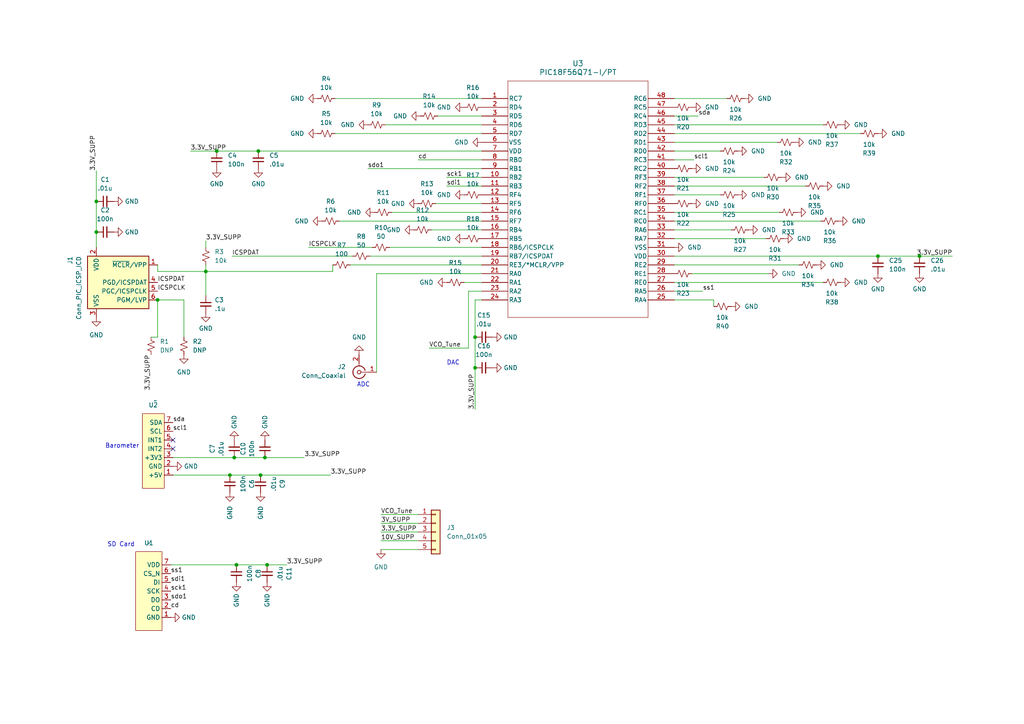
<source format=kicad_sch>
(kicad_sch (version 20230121) (generator eeschema)
  (paper "A4")
  (lib_symbols
    (symbol "Connector:Conn_Coaxial" (pin_names (offset 1.016) hide)
      (property "Reference" "J" (at 0.254 3.048 0))
      (property "Value" "Conn_Coaxial" (at 2.921 0 90))
      (symbol "Conn_Coaxial_0_1"
        (arc (start -1.778 -0.508) (mid 0.2311 -1.8066) (end 1.778 0) (stroke (width 0.254)))
        (polyline (pts (xy -2.54 0) (xy -0.508 0)))
        (polyline (pts (xy 0 -2.54) (xy 0 -1.778)))
        (circle (center 0 0) (radius 0.508) (stroke (width 0.2032)))
        (arc (start 1.778 0) (mid 0.2099 1.8101) (end -1.778 0.508) (stroke (width 0.254)))
      )
      (symbol "Conn_Coaxial_1_1"
        (pin passive line (at -5.08 0 0) (length 2.54) (name "In") (number "1"))
        (pin passive line (at 0 -5.08 90) (length 2.54) (name "Ext") (number "2"))
      )
    )
    (symbol "Connector:Conn_PIC_ICSP_ICD"
      (property "Reference" "J" (at 6.35 8.89 0))
      (property "Value" "Conn_PIC_ICSP_ICD" (at -8.89 -1.27 90))
      (symbol "Conn_PIC_ICSP_ICD_0_1"
        (rectangle (start -7.62 7.62) (end 10.16 -7.62) (stroke (width 0.254)) (fill (type background)))
      )
      (symbol "Conn_PIC_ICSP_ICD_1_1"
        (pin passive line (at 12.7 5.08 180) (length 2.54) (name "~{MCLR}/VPP") (number "1"))
        (pin passive line (at -5.08 10.16 270) (length 2.54) (name "VDD") (number "2"))
        (pin power_in line (at -5.08 -10.16 90) (length 2.54) (name "VSS") (number "3"))
        (pin bidirectional line (at 12.7 0 180) (length 2.54) (name "PGD/ICSPDAT") (number "4"))
        (pin output line (at 12.7 -2.54 180) (length 2.54) (name "PGC/ICSPCLK") (number "5"))
        (pin output line (at 12.7 -5.08 180) (length 2.54) (name "PGM/LVP") (number "6"))
      )
    )
    (symbol "Connector_Generic:Conn_01x05" (pin_names (offset 1.016) hide)
      (property "Reference" "J" (at 0 7.62 0))
      (property "Value" "Conn_01x05" (at 0 -7.62 0))
      (symbol "Conn_01x05_1_1"
        (rectangle (start -1.27 -4.953) (end 0 -5.207) (stroke (width 0.1524)))
        (rectangle (start -1.27 -2.413) (end 0 -2.667) (stroke (width 0.1524)))
        (rectangle (start -1.27 0.127) (end 0 -0.127) (stroke (width 0.1524)))
        (rectangle (start -1.27 2.667) (end 0 2.413) (stroke (width 0.1524)))
        (rectangle (start -1.27 5.207) (end 0 4.953) (stroke (width 0.1524)))
        (rectangle (start -1.27 6.35) (end 1.27 -6.35) (stroke (width 0.254)) (fill (type background)))
        (pin passive line (at -5.08 5.08 0) (length 3.81) (name "Pin_1") (number "1"))
        (pin passive line (at -5.08 2.54 0) (length 3.81) (name "Pin_2") (number "2"))
        (pin passive line (at -5.08 0 0) (length 3.81) (name "Pin_3") (number "3"))
        (pin passive line (at -5.08 -2.54 0) (length 3.81) (name "Pin_4") (number "4"))
        (pin passive line (at -5.08 -5.08 0) (length 3.81) (name "Pin_5") (number "5"))
      )
    )
    (symbol "Device:C_Small" (pin_numbers hide) (pin_names (offset 0.254) hide)
      (property "Reference" "C" (at 0.254 1.778 0))
      (property "Value" "C_Small" (at 0.254 -2.032 0))
      (symbol "C_Small_0_1"
        (polyline (pts (xy -1.524 -0.508) (xy 1.524 -0.508)) (stroke (width 0.3302)))
        (polyline (pts (xy -1.524 0.508) (xy 1.524 0.508)) (stroke (width 0.3048)))
      )
      (symbol "C_Small_1_1"
        (pin passive line (at 0 2.54 270) (length 2.032) (name "~") (number "1"))
        (pin passive line (at 0 -2.54 90) (length 2.032) (name "~") (number "2"))
      )
    )
    (symbol "Device:R_Small_US" (pin_numbers hide) (pin_names (offset 0.254) hide)
      (property "Reference" "R" (at 0.762 0.508 0))
      (property "Value" "R_Small_US" (at 0.762 -1.016 0))
      (symbol "R_Small_US_1_1"
        (polyline (pts (xy 0 0) (xy 1.016 -0.381) (xy 0 -0.762) (xy -1.016 -1.143) (xy 0 -1.524)))
        (polyline (pts (xy 0 1.524) (xy 1.016 1.143) (xy 0 0.762) (xy -1.016 0.381) (xy 0 0)))
        (pin passive line (at 0 2.54 270) (length 1.016) (name "~") (number "1"))
        (pin passive line (at 0 -2.54 90) (length 1.016) (name "~") (number "2"))
      )
    )
    (symbol "pic18f56q71:PIC18F56Q71-I_PT" (pin_names (offset 0.254))
      (property "Reference" "U" (at 27.94 10.16 0))
      (property "Value" "PIC18F56Q71-I/PT" (at 27.94 7.62 0))
      (symbol "PIC18F56Q71-I_PT_0_1"
        (polyline (pts (xy 7.62 -63.5) (xy 48.26 -63.5)) (stroke (width 0.127)))
        (polyline (pts (xy 7.62 5.08) (xy 7.62 -63.5)) (stroke (width 0.127)))
        (polyline (pts (xy 48.26 -63.5) (xy 48.26 5.08)) (stroke (width 0.127)))
        (polyline (pts (xy 48.26 5.08) (xy 7.62 5.08)) (stroke (width 0.127)))
        (pin bidirectional line (at 0 0 0) (length 7.62) (name "RC7") (number "1"))
        (pin bidirectional line (at 0 -22.86 0) (length 7.62) (name "RB2") (number "10"))
        (pin bidirectional line (at 0 -25.4 0) (length 7.62) (name "RB3") (number "11"))
        (pin bidirectional line (at 0 -27.94 0) (length 7.62) (name "RF4") (number "12"))
        (pin bidirectional line (at 0 -30.48 0) (length 7.62) (name "RF5") (number "13"))
        (pin bidirectional line (at 0 -33.02 0) (length 7.62) (name "RF6") (number "14"))
        (pin bidirectional line (at 0 -35.56 0) (length 7.62) (name "RF7") (number "15"))
        (pin bidirectional line (at 0 -38.1 0) (length 7.62) (name "RB4") (number "16"))
        (pin bidirectional line (at 0 -40.64 0) (length 7.62) (name "RB5") (number "17"))
        (pin bidirectional line (at 0 -43.18 0) (length 7.62) (name "RB6/ICSPCLK") (number "18"))
        (pin bidirectional line (at 0 -45.72 0) (length 7.62) (name "RB7/ICSPDAT") (number "19"))
        (pin bidirectional line (at 0 -2.54 0) (length 7.62) (name "RD4") (number "2"))
        (pin bidirectional line (at 0 -48.26 0) (length 7.62) (name "RE3/*MCLR/VPP") (number "20"))
        (pin bidirectional line (at 0 -50.8 0) (length 7.62) (name "RA0") (number "21"))
        (pin bidirectional line (at 0 -53.34 0) (length 7.62) (name "RA1") (number "22"))
        (pin bidirectional line (at 0 -55.88 0) (length 7.62) (name "RA2") (number "23"))
        (pin bidirectional line (at 0 -58.42 0) (length 7.62) (name "RA3") (number "24"))
        (pin bidirectional line (at 55.88 -58.42 180) (length 7.62) (name "RA4") (number "25"))
        (pin bidirectional line (at 55.88 -55.88 180) (length 7.62) (name "RA5") (number "26"))
        (pin bidirectional line (at 55.88 -53.34 180) (length 7.62) (name "RE0") (number "27"))
        (pin bidirectional line (at 55.88 -50.8 180) (length 7.62) (name "RE1") (number "28"))
        (pin bidirectional line (at 55.88 -48.26 180) (length 7.62) (name "RE2") (number "29"))
        (pin bidirectional line (at 0 -5.08 0) (length 7.62) (name "RD5") (number "3"))
        (pin power_in line (at 55.88 -45.72 180) (length 7.62) (name "VDD") (number "30"))
        (pin power_out line (at 55.88 -43.18 180) (length 7.62) (name "VSS") (number "31"))
        (pin bidirectional line (at 55.88 -40.64 180) (length 7.62) (name "RA7") (number "32"))
        (pin bidirectional line (at 55.88 -38.1 180) (length 7.62) (name "RA6") (number "33"))
        (pin bidirectional line (at 55.88 -35.56 180) (length 7.62) (name "RC0") (number "34"))
        (pin bidirectional line (at 55.88 -33.02 180) (length 7.62) (name "RC1") (number "35"))
        (pin bidirectional line (at 55.88 -30.48 180) (length 7.62) (name "RF0") (number "36"))
        (pin bidirectional line (at 55.88 -27.94 180) (length 7.62) (name "RF1") (number "37"))
        (pin bidirectional line (at 55.88 -25.4 180) (length 7.62) (name "RF2") (number "38"))
        (pin bidirectional line (at 55.88 -22.86 180) (length 7.62) (name "RF3") (number "39"))
        (pin bidirectional line (at 0 -7.62 0) (length 7.62) (name "RD6") (number "4"))
        (pin bidirectional line (at 55.88 -20.32 180) (length 7.62) (name "RC2") (number "40"))
        (pin bidirectional line (at 55.88 -17.78 180) (length 7.62) (name "RC3") (number "41"))
        (pin bidirectional line (at 55.88 -15.24 180) (length 7.62) (name "RD0") (number "42"))
        (pin bidirectional line (at 55.88 -12.7 180) (length 7.62) (name "RD1") (number "43"))
        (pin bidirectional line (at 55.88 -10.16 180) (length 7.62) (name "RD2") (number "44"))
        (pin bidirectional line (at 55.88 -7.62 180) (length 7.62) (name "RD3") (number "45"))
        (pin bidirectional line (at 55.88 -5.08 180) (length 7.62) (name "RC4") (number "46"))
        (pin bidirectional line (at 55.88 -2.54 180) (length 7.62) (name "RC5") (number "47"))
        (pin bidirectional line (at 55.88 0 180) (length 7.62) (name "RC6") (number "48"))
        (pin bidirectional line (at 0 -10.16 0) (length 7.62) (name "RD7") (number "5"))
        (pin power_out line (at 0 -12.7 0) (length 7.62) (name "VSS") (number "6"))
        (pin power_in line (at 0 -15.24 0) (length 7.62) (name "VDD") (number "7"))
        (pin bidirectional line (at 0 -17.78 0) (length 7.62) (name "RB0") (number "8"))
        (pin bidirectional line (at 0 -20.32 0) (length 7.62) (name "RB1") (number "9"))
      )
    )
    (symbol "power:GND" (power) (pin_names (offset 0))
      (property "Value" "GND" (at 0 -3.81 0))
      (symbol "GND_0_1"
        (polyline (pts (xy 0 0) (xy 0 -1.27) (xy 1.27 -1.27) (xy 0 -2.54) (xy -1.27 -1.27) (xy 0 -1.27)))
      )
      (symbol "GND_1_1"
        (pin power_in line (at 0 0 270) (length 0) hide (name "GND") (number "1"))
      )
    )
    (symbol "shields:MPL3115A2"
      (property "Reference" "U" (at 0 0 0))
      (symbol "MPL3115A2_1_1"
        (rectangle (start -2.54 25.4) (end 3.81 3.81) (fill (type background)))
        (pin passive line (at -5.08 21.59 0) (length 2.54) (name "+5V") (number "1"))
        (pin passive line (at -5.08 19.05 0) (length 2.54) (name "GND") (number "2"))
        (pin passive line (at -5.08 16.51 0) (length 2.54) (name "+3V3") (number "3"))
        (pin passive line (at -5.08 13.97 0) (length 2.54) (name "INT2") (number "4"))
        (pin passive line (at -5.08 11.43 0) (length 2.54) (name "INT1") (number "5"))
        (pin passive line (at -5.08 8.89 0) (length 2.54) (name "SCL") (number "6"))
        (pin passive line (at -5.08 6.35 0) (length 2.54) (name "SDA") (number "7"))
      )
    )
    (symbol "shields:Shifting_microsd"
      (property "Reference" "U2" (at 0 0 0))
      (property "Value" "~" (at 0 0 0))
      (symbol "Shifting_microsd_1_1"
        (rectangle (start -3.81 25.4) (end 3.81 2.54) (fill (type background)))
        (pin passive line (at -6.35 21.59 0) (length 2.54) (name "GND") (number "1"))
        (pin passive line (at -6.35 19.05 0) (length 2.54) (name "CD") (number "2"))
        (pin passive line (at -6.35 16.51 0) (length 2.54) (name "DO") (number "3"))
        (pin passive line (at -6.35 13.97 0) (length 2.54) (name "SCK") (number "4"))
        (pin passive line (at -6.35 11.43 0) (length 2.54) (name "DI") (number "5"))
        (pin passive line (at -6.35 8.89 0) (length 2.54) (name "CS_N") (number "6"))
        (pin passive line (at -6.35 6.35 0) (length 2.54) (name "VDD") (number "7"))
      )
    )
  )
  (junction (at 45.72 86.995))
  (junction (at 68.58 163.83))
  (junction (at 62.865 43.815))
  (junction (at 137.795 97.79))
  (junction (at 77.47 163.83))
  (junction (at 27.94 67.31))
  (junction (at 75.565 137.795))
  (junction (at 67.945 132.715))
  (junction (at 66.675 137.795))
  (junction (at 74.93 43.815))
  (junction (at 137.795 106.68))
  (junction (at 27.94 58.42))
  (junction (at 266.7 74.295))
  (junction (at 76.835 132.715))
  (junction (at 59.69 78.74))
  (junction (at 254.635 74.295))
  (no_connect (at 50.165 127.635))
  (no_connect (at 50.165 130.175))
  (wire (pts (xy 195.58 46.355) (xy 201.295 46.355)))
  (wire (pts (xy 195.58 64.135) (xy 238.125 64.135)))
  (wire (pts (xy 137.795 97.79) (xy 137.795 106.68)))
  (wire (pts (xy 266.7 74.295) (xy 276.225 74.295)))
  (wire (pts (xy 137.795 86.995) (xy 137.795 97.79)))
  (wire (pts (xy 195.58 33.655) (xy 202.565 33.655)))
  (wire (pts (xy 210.82 28.575) (xy 195.58 28.575)))
  (wire (pts (xy 107.315 74.295) (xy 139.7 74.295)))
  (wire (pts (xy 207.01 86.995) (xy 207.01 88.9)))
  (wire (pts (xy 129.54 53.975) (xy 139.7 53.975)))
  (wire (pts (xy 110.49 151.765) (xy 121.285 151.765)))
  (wire (pts (xy 135.89 84.455) (xy 139.7 84.455)))
  (wire (pts (xy 111.76 36.195) (xy 139.7 36.195)))
  (wire (pts (xy 55.245 43.815) (xy 62.865 43.815)))
  (wire (pts (xy 89.535 71.755) (xy 107.95 71.755)))
  (wire (pts (xy 96.52 78.74) (xy 96.52 76.835)))
  (wire (pts (xy 135.89 84.455) (xy 135.89 100.965)))
  (wire (pts (xy 238.76 81.915) (xy 195.58 81.915)))
  (wire (pts (xy 126.365 59.055) (xy 139.7 59.055)))
  (wire (pts (xy 129.54 51.435) (xy 139.7 51.435)))
  (wire (pts (xy 195.58 69.215) (xy 222.25 69.215)))
  (wire (pts (xy 59.69 69.85) (xy 59.69 71.755)))
  (wire (pts (xy 195.58 84.455) (xy 203.835 84.455)))
  (wire (pts (xy 83.185 163.83) (xy 77.47 163.83)))
  (wire (pts (xy 67.945 132.715) (xy 50.165 132.715)))
  (wire (pts (xy 125.095 66.675) (xy 139.7 66.675)))
  (wire (pts (xy 137.795 106.68) (xy 137.795 118.745)))
  (wire (pts (xy 110.49 159.385) (xy 121.285 159.385)))
  (wire (pts (xy 139.7 43.815) (xy 74.93 43.815)))
  (wire (pts (xy 67.31 74.295) (xy 102.235 74.295)))
  (wire (pts (xy 208.915 43.815) (xy 195.58 43.815)))
  (wire (pts (xy 110.49 154.305) (xy 121.285 154.305)))
  (wire (pts (xy 101.6 76.835) (xy 139.7 76.835)))
  (wire (pts (xy 225.425 41.275) (xy 195.58 41.275)))
  (wire (pts (xy 221.615 51.435) (xy 195.58 51.435)))
  (wire (pts (xy 195.58 74.295) (xy 254.635 74.295)))
  (wire (pts (xy 59.69 78.74) (xy 96.52 78.74)))
  (wire (pts (xy 27.94 67.31) (xy 27.94 71.755)))
  (wire (pts (xy 98.425 64.135) (xy 139.7 64.135)))
  (wire (pts (xy 113.665 61.595) (xy 139.7 61.595)))
  (wire (pts (xy 45.72 86.995) (xy 53.34 86.995)))
  (wire (pts (xy 134.62 81.915) (xy 139.7 81.915)))
  (wire (pts (xy 97.155 38.735) (xy 139.7 38.735)))
  (wire (pts (xy 95.885 137.795) (xy 75.565 137.795)))
  (wire (pts (xy 113.03 71.755) (xy 139.7 71.755)))
  (wire (pts (xy 208.915 56.515) (xy 195.58 56.515)))
  (wire (pts (xy 45.72 97.79) (xy 43.815 97.79)))
  (wire (pts (xy 68.58 163.83) (xy 49.53 163.83)))
  (wire (pts (xy 254.635 74.295) (xy 266.7 74.295)))
  (wire (pts (xy 233.68 53.975) (xy 195.58 53.975)))
  (wire (pts (xy 222.885 79.375) (xy 200.66 79.375)))
  (wire (pts (xy 77.47 163.83) (xy 68.58 163.83)))
  (wire (pts (xy 27.94 58.42) (xy 27.94 67.31)))
  (wire (pts (xy 27.94 49.53) (xy 27.94 58.42)))
  (wire (pts (xy 62.865 43.815) (xy 74.93 43.815)))
  (wire (pts (xy 66.675 137.795) (xy 50.165 137.795)))
  (wire (pts (xy 121.285 46.355) (xy 139.7 46.355)))
  (wire (pts (xy 109.22 79.375) (xy 139.7 79.375)))
  (wire (pts (xy 53.34 86.995) (xy 53.34 97.79)))
  (wire (pts (xy 106.68 48.895) (xy 139.7 48.895)))
  (wire (pts (xy 88.265 132.715) (xy 76.835 132.715)))
  (wire (pts (xy 97.155 28.575) (xy 139.7 28.575)))
  (wire (pts (xy 124.46 100.965) (xy 135.89 100.965)))
  (wire (pts (xy 231.775 76.835) (xy 195.58 76.835)))
  (wire (pts (xy 249.555 38.735) (xy 195.58 38.735)))
  (wire (pts (xy 59.69 78.74) (xy 59.69 85.725)))
  (wire (pts (xy 74.93 43.815) (xy 74.93 44.45)))
  (wire (pts (xy 137.795 86.995) (xy 139.7 86.995)))
  (wire (pts (xy 45.72 78.74) (xy 59.69 78.74)))
  (wire (pts (xy 75.565 137.795) (xy 66.675 137.795)))
  (wire (pts (xy 110.49 149.225) (xy 121.285 149.225)))
  (wire (pts (xy 195.58 86.995) (xy 207.01 86.995)))
  (wire (pts (xy 59.69 76.835) (xy 59.69 78.74)))
  (wire (pts (xy 212.09 66.675) (xy 195.58 66.675)))
  (wire (pts (xy 76.835 132.715) (xy 67.945 132.715)))
  (wire (pts (xy 45.72 86.995) (xy 45.72 97.79)))
  (wire (pts (xy 109.22 79.375) (xy 109.22 107.95)))
  (wire (pts (xy 238.76 36.195) (xy 195.58 36.195)))
  (wire (pts (xy 195.58 61.595) (xy 226.06 61.595)))
  (wire (pts (xy 45.72 78.74) (xy 45.72 76.835)))
  (wire (pts (xy 127 33.655) (xy 139.7 33.655)))
  (wire (pts (xy 110.49 156.845) (xy 121.285 156.845)))
  (text "Barometer\n" (at 30.48 130.175 0) (effects (font (size 1.27 1.27)) (justify left bottom)))
  (text "SD Card\n" (at 31.115 158.75 0) (effects (font (size 1.27 1.27)) (justify left bottom)))
  (text "ADC" (at 103.505 112.395 0) (effects (font (size 1.27 1.27)) (justify left bottom)))
  (text "DAC\n" (at 129.54 106.045 0) (effects (font (size 1.27 1.27)) (justify left bottom)))
  (label "sda" (at 50.165 122.555 0))
  (label "3.3V_SUPP" (at 83.185 163.83 0))
  (label "ICSPDAT" (at 67.31 74.295 0))
  (label "ICSPCLK" (at 45.72 84.455 0))
  (label "10V_SUPP" (at 110.49 156.845 0))
  (label "3.3V_SUPP" (at 88.265 132.715 0))
  (label "3.3V_SUPP" (at 137.795 118.745 90))
  (label "scl1" (at 50.165 125.095 0))
  (label "sdo1" (at 106.68 48.895 0))
  (label "ss1" (at 203.835 84.455 0))
  (label "sdo1" (at 49.53 173.99 0))
  (label "sck1" (at 129.54 51.435 0))
  (label "sdi1" (at 49.53 168.91 0))
  (label "3.3V_SUPP" (at 276.225 74.295 180))
  (label "sdi1" (at 129.54 53.975 0))
  (label "3.3V_SUPP" (at 43.815 102.87 270))
  (label "sda" (at 202.565 33.655 0))
  (label "VCO_Tune" (at 124.46 100.965 0))
  (label "3.3V_SUPP" (at 110.49 154.305 0))
  (label "cd" (at 49.53 176.53 0))
  (label "3.3V_SUPP" (at 95.885 137.795 0))
  (label "ss1" (at 49.53 166.37 0))
  (label "3V_SUPP" (at 110.49 151.765 0))
  (label "cd" (at 121.285 46.355 0))
  (label "ICSPDAT" (at 45.72 81.915 0))
  (label "3.3V_SUPP" (at 59.69 69.85 0))
  (label "scl1" (at 201.295 46.355 0))
  (label "3.3V_SUPP" (at 27.94 49.53 90))
  (label "ICSPCLK" (at 89.535 71.755 0))
  (label "sck1" (at 49.53 171.45 0))
  (label "VCO_Tune" (at 110.49 149.225 0))
  (label "3.3V_SUPP" (at 55.245 43.815 0))
  (symbol (lib_id "Device:C_Small") (at 66.675 140.335 0) (unit 1)
    (property "Reference" "C6" (at 73.025 140.3413 90))
    (property "Value" "100n" (at 70.485 140.3413 90))
    (property "Footprint" "Capacitor_SMD:C_0805_2012Metric_Pad1.18x1.45mm_HandSolder" (effects hide))
  )
  (symbol (lib_id "power:GND") (at 227.33 69.215 90) (unit 1)
    (property "Reference" "#PWR055" (effects hide))
    (property "Value" "GND" (at 231.14 69.215 90) (effects (justify right)))
  )
  (symbol (lib_id "power:GND") (at 50.165 135.255 90) (unit 1)
    (property "Reference" "#PWR08" (effects hide))
    (property "Value" "GND" (at 53.34 135.255 90) (effects (justify right)))
  )
  (symbol (lib_id "power:GND") (at 195.58 71.755 90) (unit 1)
    (property "Reference" "#PWR040" (effects hide))
    (property "Value" "GND" (at 199.39 71.755 90) (effects (justify right)))
  )
  (symbol (lib_id "Device:R_Small_US") (at 99.06 76.835 90) (unit 1)
    (property "Reference" "R7" (at 99.06 71.12 90))
    (property "Value" "100" (at 99.06 73.66 90))
    (property "Footprint" "Resistor_SMD:R_0805_2012Metric_Pad1.20x1.40mm_HandSolder" (effects hide))
  )
  (symbol (lib_id "Device:R_Small_US") (at 123.825 59.055 90) (unit 1)
    (property "Reference" "R13" (at 123.825 53.34 90))
    (property "Value" "10k" (at 123.825 55.88 90))
    (property "Footprint" "Resistor_SMD:R_0805_2012Metric_Pad1.20x1.40mm_HandSolder" (effects hide))
  )
  (symbol (lib_id "power:GND") (at 74.93 48.895 0) (unit 1)
    (property "Reference" "#PWR09" (effects hide))
    (property "Value" "GND" (at 74.93 53.34 0))
  )
  (symbol (lib_id "power:GND") (at 66.675 142.875 0) (unit 1)
    (property "Reference" "#PWR010" (effects hide))
    (property "Value" "GND" (at 66.675 146.685 90) (effects (justify right)))
  )
  (symbol (lib_id "Device:C_Small") (at 75.565 140.335 0) (unit 1)
    (property "Reference" "C9" (at 81.915 140.3413 90))
    (property "Value" ".01u" (at 79.375 140.3413 90))
    (property "Footprint" "Capacitor_SMD:C_0603_1608Metric_Pad1.08x0.95mm_HandSolder" (effects hide))
  )
  (symbol (lib_id "power:GND") (at 134.62 69.215 270) (unit 1)
    (property "Reference" "#PWR033" (effects hide))
    (property "Value" "GND" (at 130.81 69.215 90) (effects (justify right)))
  )
  (symbol (lib_id "power:GND") (at 243.205 64.135 90) (unit 1)
    (property "Reference" "#PWR061" (effects hide))
    (property "Value" "GND" (at 247.015 64.135 90) (effects (justify right)))
  )
  (symbol (lib_id "Device:R_Small_US") (at 198.12 48.895 270) (unit 1)
    (property "Reference" "R21" (at 198.12 54.61 90))
    (property "Value" "10k" (at 198.12 52.07 90))
    (property "Footprint" "Resistor_SMD:R_0805_2012Metric_Pad1.20x1.40mm_HandSolder" (effects hide))
  )
  (symbol (lib_id "power:GND") (at 254.635 38.735 90) (unit 1)
    (property "Reference" "#PWR066" (effects hide))
    (property "Value" "GND" (at 258.445 38.735 90) (effects (justify right)))
  )
  (symbol (lib_id "Device:R_Small_US") (at 252.095 38.735 270) (unit 1)
    (property "Reference" "R39" (at 252.095 44.45 90))
    (property "Value" "10k" (at 252.095 41.91 90))
    (property "Footprint" "Resistor_SMD:R_0805_2012Metric_Pad1.20x1.40mm_HandSolder" (effects hide))
  )
  (symbol (lib_id "power:GND") (at 93.345 64.135 270) (unit 1)
    (property "Reference" "#PWR018" (effects hide))
    (property "Value" "GND" (at 89.535 64.135 90) (effects (justify right)))
  )
  (symbol (lib_id "Device:R_Small_US") (at 43.815 100.33 180) (unit 1)
    (property "Reference" "R1" (at 46.355 99.06 0) (effects (justify right)))
    (property "Value" "DNP" (at 46.355 101.6 0) (effects (justify right)))
    (property "Footprint" "Resistor_SMD:R_0805_2012Metric_Pad1.20x1.40mm_HandSolder" (effects hide))
  )
  (symbol (lib_id "power:GND") (at 231.14 61.595 90) (unit 1)
    (property "Reference" "#PWR058" (effects hide))
    (property "Value" "GND" (at 234.95 61.595 90) (effects (justify right)))
  )
  (symbol (lib_id "power:GND") (at 121.285 59.055 270) (unit 1)
    (property "Reference" "#PWR026" (effects hide))
    (property "Value" "GND" (at 117.475 59.055 90) (effects (justify right)))
  )
  (symbol (lib_id "power:GND") (at 213.995 56.515 90) (unit 1)
    (property "Reference" "#PWR048" (effects hide))
    (property "Value" "GND" (at 217.805 56.515 90) (effects (justify right)))
  )
  (symbol (lib_id "power:GND") (at 134.62 31.115 270) (unit 1)
    (property "Reference" "#PWR031" (effects hide))
    (property "Value" "GND" (at 130.81 31.115 90) (effects (justify right)))
  )
  (symbol (lib_id "Device:R_Small_US") (at 109.22 36.195 90) (unit 1)
    (property "Reference" "R9" (at 109.22 30.48 90))
    (property "Value" "10k" (at 109.22 33.02 90))
    (property "Footprint" "Resistor_SMD:R_0805_2012Metric_Pad1.20x1.40mm_HandSolder" (effects hide))
  )
  (symbol (lib_id "power:GND") (at 236.855 76.835 90) (unit 1)
    (property "Reference" "#PWR059" (effects hide))
    (property "Value" "GND" (at 240.665 76.835 90) (effects (justify right)))
  )
  (symbol (lib_id "Device:R_Small_US") (at 198.12 31.115 270) (unit 1)
    (property "Reference" "R20" (at 198.12 36.83 90))
    (property "Value" "10k" (at 198.12 34.29 90))
    (property "Footprint" "Resistor_SMD:R_0805_2012Metric_Pad1.20x1.40mm_HandSolder" (effects hide))
  )
  (symbol (lib_id "power:GND") (at 68.58 168.91 0) (unit 1)
    (property "Reference" "#PWR012" (effects hide))
    (property "Value" "GND" (at 68.58 172.085 90) (effects (justify right)))
  )
  (symbol (lib_id "Device:R_Small_US") (at 236.22 53.975 270) (unit 1)
    (property "Reference" "R35" (at 236.22 59.69 90))
    (property "Value" "10k" (at 236.22 57.15 90))
    (property "Footprint" "Resistor_SMD:R_0805_2012Metric_Pad1.20x1.40mm_HandSolder" (effects hide))
  )
  (symbol (lib_id "power:GND") (at 33.02 67.31 90) (unit 1)
    (property "Reference" "#PWR03" (effects hide))
    (property "Value" "GND" (at 36.195 67.31 90) (effects (justify right)))
  )
  (symbol (lib_id "Device:R_Small_US") (at 234.315 76.835 270) (unit 1)
    (property "Reference" "R34" (at 234.315 82.55 90))
    (property "Value" "10k" (at 234.315 80.01 90))
    (property "Footprint" "Resistor_SMD:R_0805_2012Metric_Pad1.20x1.40mm_HandSolder" (effects hide))
  )
  (symbol (lib_id "Device:R_Small_US") (at 137.16 56.515 90) (unit 1)
    (property "Reference" "R17" (at 137.16 50.8 90))
    (property "Value" "10k" (at 137.16 53.34 90))
    (property "Footprint" "Resistor_SMD:R_0805_2012Metric_Pad1.20x1.40mm_HandSolder" (effects hide))
  )
  (symbol (lib_id "Device:R_Small_US") (at 240.665 64.135 270) (unit 1)
    (property "Reference" "R36" (at 240.665 69.85 90))
    (property "Value" "10k" (at 240.665 67.31 90))
    (property "Footprint" "Resistor_SMD:R_0805_2012Metric_Pad1.20x1.40mm_HandSolder" (effects hide))
  )
  (symbol (lib_id "power:GND") (at 230.505 41.275 90) (unit 1)
    (property "Reference" "#PWR057" (effects hide))
    (property "Value" "GND" (at 234.315 41.275 90) (effects (justify right)))
  )
  (symbol (lib_id "Device:R_Small_US") (at 122.555 66.675 90) (unit 1)
    (property "Reference" "R12" (at 122.555 60.96 90))
    (property "Value" "10k" (at 122.555 63.5 90))
    (property "Footprint" "Resistor_SMD:R_0805_2012Metric_Pad1.20x1.40mm_HandSolder" (effects hide))
  )
  (symbol (lib_id "power:GND") (at 200.66 48.895 90) (unit 1)
    (property "Reference" "#PWR042" (effects hide))
    (property "Value" "GND" (at 204.47 48.895 90) (effects (justify right)))
  )
  (symbol (lib_id "Device:R_Small_US") (at 198.12 59.055 270) (unit 1)
    (property "Reference" "R22" (at 198.12 64.77 90))
    (property "Value" "10k" (at 198.12 62.23 90))
    (property "Footprint" "Resistor_SMD:R_0805_2012Metric_Pad1.20x1.40mm_HandSolder" (effects hide))
  )
  (symbol (lib_id "Connector_Generic:Conn_01x05") (at 126.365 154.305 0) (unit 1)
    (property "Reference" "J3" (at 129.54 153.035 0) (effects (justify left)))
    (property "Value" "Conn_01x05" (at 129.54 155.575 0) (effects (justify left)))
    (property "Footprint" "Connector_PinHeader_2.54mm:PinHeader_1x05_P2.54mm_Vertical" (effects hide))
  )
  (symbol (lib_id "Device:C_Small") (at 140.335 106.68 90) (unit 1)
    (property "Reference" "C16" (at 140.3413 100.33 90))
    (property "Value" "100n" (at 140.3413 102.87 90))
    (property "Footprint" "Capacitor_SMD:C_0805_2012Metric_Pad1.18x1.45mm_HandSolder" (effects hide))
  )
  (symbol (lib_id "Device:C_Small") (at 266.7 76.835 180) (unit 1)
    (property "Reference" "C26" (at 269.875 75.5586 0) (effects (justify right)))
    (property "Value" ".01u" (at 269.875 78.0986 0) (effects (justify right)))
    (property "Footprint" "Capacitor_SMD:C_0603_1608Metric_Pad1.08x0.95mm_HandSolder" (effects hide))
  )
  (symbol (lib_id "power:GND") (at 238.76 53.975 90) (unit 1)
    (property "Reference" "#PWR060" (effects hide))
    (property "Value" "GND" (at 242.57 53.975 90) (effects (justify right)))
  )
  (symbol (lib_id "Device:R_Small_US") (at 104.775 74.295 90) (unit 1)
    (property "Reference" "R8" (at 104.775 68.58 90))
    (property "Value" "50" (at 104.775 71.12 90))
    (property "Footprint" "Resistor_SMD:R_0805_2012Metric_Pad1.20x1.40mm_HandSolder" (effects hide))
  )
  (symbol (lib_id "power:GND") (at 139.7 41.275 270) (unit 1)
    (property "Reference" "#PWR034" (effects hide))
    (property "Value" "GND" (at 135.89 41.275 90) (effects (justify right)))
  )
  (symbol (lib_id "Device:R_Small_US") (at 224.155 51.435 270) (unit 1)
    (property "Reference" "R30" (at 224.155 57.15 90))
    (property "Value" "10k" (at 224.155 54.61 90))
    (property "Footprint" "Resistor_SMD:R_0805_2012Metric_Pad1.20x1.40mm_HandSolder" (effects hide))
  )
  (symbol (lib_id "power:GND") (at 217.17 66.675 90) (unit 1)
    (property "Reference" "#PWR051" (effects hide))
    (property "Value" "GND" (at 220.98 66.675 90) (effects (justify right)))
  )
  (symbol (lib_id "power:GND") (at 243.84 36.195 90) (unit 1)
    (property "Reference" "#PWR062" (effects hide))
    (property "Value" "GND" (at 247.65 36.195 90) (effects (justify right)))
  )
  (symbol (lib_id "Device:C_Small") (at 254.635 76.835 180) (unit 1)
    (property "Reference" "C25" (at 257.81 75.5586 0) (effects (justify right)))
    (property "Value" "100n" (at 257.81 78.0986 0) (effects (justify right)))
    (property "Footprint" "Capacitor_SMD:C_0805_2012Metric_Pad1.18x1.45mm_HandSolder" (effects hide))
  )
  (symbol (lib_id "Device:R_Small_US") (at 94.615 28.575 90) (unit 1)
    (property "Reference" "R4" (at 94.615 22.86 90))
    (property "Value" "10k" (at 94.615 25.4 90))
    (property "Footprint" "Resistor_SMD:R_0805_2012Metric_Pad1.20x1.40mm_HandSolder" (effects hide))
  )
  (symbol (lib_id "shields:Shifting_microsd") (at 43.18 157.48 180) (unit 1)
    (property "Reference" "U1" (at 43.18 157.48 0))
    (property "Value" "~" (at 43.18 157.48 0))
    (property "Footprint" "shields:shifting_microsd" (effects hide))
  )
  (symbol (lib_id "power:GND") (at 77.47 168.91 0) (unit 1)
    (property "Reference" "#PWR015" (effects hide))
    (property "Value" "GND" (at 77.47 172.085 90) (effects (justify right)))
  )
  (symbol (lib_id "power:GND") (at 27.94 92.075 0) (unit 1)
    (property "Reference" "#PWR01" (effects hide))
    (property "Value" "GND" (at 27.94 97.155 0))
  )
  (symbol (lib_id "power:GND") (at 129.54 81.915 270) (unit 1)
    (property "Reference" "#PWR030" (effects hide))
    (property "Value" "GND" (at 125.73 81.915 90) (effects (justify right)))
  )
  (symbol (lib_id "Connector:Conn_PIC_ICSP_ICD") (at 33.02 81.915 0) (unit 1)
    (property "Reference" "J1" (at 20.32 74.295 90) (effects (justify right)))
    (property "Value" "Conn_PIC_ICSP_ICD" (at 22.86 74.295 90) (effects (justify right)))
    (property "Footprint" "612006:SHDR6W64P254_2X3_1528X910X910P" (effects hide))
    (property "Datasheet" "http://ww1.microchip.com/downloads/en/devicedoc/30277d.pdf" (effects hide))
  )
  (symbol (lib_id "Device:R_Small_US") (at 211.455 56.515 270) (unit 1)
    (property "Reference" "R25" (at 211.455 62.23 90))
    (property "Value" "10k" (at 211.455 59.69 90))
    (property "Footprint" "Resistor_SMD:R_0805_2012Metric_Pad1.20x1.40mm_HandSolder" (effects hide))
  )
  (symbol (lib_id "power:GND") (at 222.885 79.375 90) (unit 1)
    (property "Reference" "#PWR052" (effects hide))
    (property "Value" "GND" (at 226.695 79.375 90) (effects (justify right)))
  )
  (symbol (lib_id "Device:R_Small_US") (at 227.965 41.275 270) (unit 1)
    (property "Reference" "R32" (at 227.965 46.99 90))
    (property "Value" "10k" (at 227.965 44.45 90))
    (property "Footprint" "Resistor_SMD:R_0805_2012Metric_Pad1.20x1.40mm_HandSolder" (effects hide))
  )
  (symbol (lib_id "power:GND") (at 33.02 58.42 90) (unit 1)
    (property "Reference" "#PWR02" (effects hide))
    (property "Value" "GND" (at 36.195 58.42 90) (effects (justify right)))
  )
  (symbol (lib_id "Device:C_Small") (at 67.945 130.175 180) (unit 1)
    (property "Reference" "C7" (at 61.595 130.1687 90))
    (property "Value" ".01u" (at 64.135 130.1687 90))
    (property "Footprint" "Capacitor_SMD:C_0603_1608Metric_Pad1.08x0.95mm_HandSolder" (effects hide))
  )
  (symbol (lib_id "power:GND") (at 104.14 102.87 180) (unit 1)
    (property "Reference" "#PWR019" (effects hide))
    (property "Value" "GND" (at 104.14 97.79 0))
  )
  (symbol (lib_id "Device:R_Small_US") (at 110.49 71.755 90) (unit 1)
    (property "Reference" "R10" (at 110.49 66.04 90))
    (property "Value" "50" (at 110.49 68.58 90))
    (property "Footprint" "Resistor_SMD:R_0805_2012Metric_Pad1.20x1.40mm_HandSolder" (effects hide))
  )
  (symbol (lib_id "Device:C_Small") (at 76.835 130.175 180) (unit 1)
    (property "Reference" "C10" (at 70.485 130.1687 90))
    (property "Value" "100n" (at 73.025 130.1687 90))
    (property "Footprint" "Capacitor_SMD:C_0805_2012Metric_Pad1.18x1.45mm_HandSolder" (effects hide))
  )
  (symbol (lib_id "power:GND") (at 108.585 61.595 270) (unit 1)
    (property "Reference" "#PWR021" (effects hide))
    (property "Value" "GND" (at 104.775 61.595 90) (effects (justify right)))
  )
  (symbol (lib_id "Device:R_Small_US") (at 224.79 69.215 270) (unit 1)
    (property "Reference" "R31" (at 224.79 74.93 90))
    (property "Value" "10k" (at 224.79 72.39 90))
    (property "Footprint" "Resistor_SMD:R_0805_2012Metric_Pad1.20x1.40mm_HandSolder" (effects hide))
  )
  (symbol (lib_id "power:GND") (at 142.875 106.68 90) (unit 1)
    (property "Reference" "#PWR036" (effects hide))
    (property "Value" "GND" (at 146.05 106.68 90) (effects (justify right)))
  )
  (symbol (lib_id "Device:R_Small_US") (at 228.6 61.595 270) (unit 1)
    (property "Reference" "R33" (at 228.6 67.31 90))
    (property "Value" "10k" (at 228.6 64.77 90))
    (property "Footprint" "Resistor_SMD:R_0805_2012Metric_Pad1.20x1.40mm_HandSolder" (effects hide))
  )
  (symbol (lib_id "power:GND") (at 266.7 79.375 0) (unit 1)
    (property "Reference" "#PWR068" (effects hide))
    (property "Value" "GND" (at 266.7 83.82 0))
  )
  (symbol (lib_id "Device:C_Small") (at 62.865 46.355 180) (unit 1)
    (property "Reference" "C4" (at 66.04 45.0786 0) (effects (justify right)))
    (property "Value" "100n" (at 66.04 47.6186 0) (effects (justify right)))
    (property "Footprint" "Capacitor_SMD:C_0805_2012Metric_Pad1.18x1.45mm_HandSolder" (effects hide))
  )
  (symbol (lib_id "Device:R_Small_US") (at 94.615 38.735 90) (unit 1)
    (property "Reference" "R5" (at 94.615 33.02 90))
    (property "Value" "10k" (at 94.615 35.56 90))
    (property "Footprint" "Resistor_SMD:R_0805_2012Metric_Pad1.20x1.40mm_HandSolder" (effects hide))
  )
  (symbol (lib_id "power:GND") (at 200.66 59.055 90) (unit 1)
    (property "Reference" "#PWR043" (effects hide))
    (property "Value" "GND" (at 204.47 59.055 90) (effects (justify right)))
  )
  (symbol (lib_id "Device:C_Small") (at 68.58 166.37 0) (unit 1)
    (property "Reference" "C8" (at 74.93 166.3763 90))
    (property "Value" "100n" (at 72.39 166.3763 90))
    (property "Footprint" "Capacitor_SMD:C_0805_2012Metric_Pad1.18x1.45mm_HandSolder" (effects hide))
  )
  (symbol (lib_id "power:GND") (at 76.835 127.635 180) (unit 1)
    (property "Reference" "#PWR014" (effects hide))
    (property "Value" "GND" (at 76.835 124.46 90) (effects (justify right)))
  )
  (symbol (lib_id "power:GND") (at 53.34 102.87 0) (unit 1)
    (property "Reference" "#PWR04" (effects hide))
    (property "Value" "GND" (at 53.34 107.95 0))
  )
  (symbol (lib_id "shields:MPL3115A2") (at 45.085 116.205 180) (unit 1)
    (property "Reference" "U2" (at 44.45 117.475 0))
    (property "Value" "~" (at 45.085 116.205 0))
    (property "Footprint" "shields:MPL3115A2" (effects hide))
  )
  (symbol (lib_id "Connector:Conn_Coaxial") (at 104.14 107.95 180) (unit 1)
    (property "Reference" "J2" (at 100.33 106.3868 0) (effects (justify left)))
    (property "Value" "Conn_Coaxial" (at 100.33 108.9268 0) (effects (justify left)))
    (property "Footprint" "Connector_Coaxial:U.FL_Hirose_U.FL-R-SMT-1_Vertical" (effects hide))
    (property "Datasheet" " ~" (effects hide))
  )
  (symbol (lib_id "Device:R_Small_US") (at 95.885 64.135 90) (unit 1)
    (property "Reference" "R6" (at 95.885 58.42 90))
    (property "Value" "10k" (at 95.885 60.96 90))
    (property "Footprint" "Resistor_SMD:R_0805_2012Metric_Pad1.20x1.40mm_HandSolder" (effects hide))
  )
  (symbol (lib_id "Device:C_Small") (at 30.48 58.42 90) (unit 1)
    (property "Reference" "C1" (at 30.4863 52.07 90))
    (property "Value" ".01u" (at 30.4863 54.61 90))
    (property "Footprint" "Capacitor_SMD:C_0603_1608Metric_Pad1.08x0.95mm_HandSolder" (effects hide))
  )
  (symbol (lib_id "Device:R_Small_US") (at 214.63 66.675 270) (unit 1)
    (property "Reference" "R27" (at 214.63 72.39 90))
    (property "Value" "10k" (at 214.63 69.85 90))
    (property "Footprint" "Resistor_SMD:R_0805_2012Metric_Pad1.20x1.40mm_HandSolder" (effects hide))
  )
  (symbol (lib_id "power:GND") (at 106.68 36.195 270) (unit 1)
    (property "Reference" "#PWR020" (effects hide))
    (property "Value" "GND" (at 102.87 36.195 90) (effects (justify right)))
  )
  (symbol (lib_id "power:GND") (at 62.865 48.895 0) (unit 1)
    (property "Reference" "#PWR06" (effects hide))
    (property "Value" "GND" (at 62.865 53.34 0))
  )
  (symbol (lib_id "Device:R_Small_US") (at 211.455 43.815 270) (unit 1)
    (property "Reference" "R24" (at 211.455 49.53 90))
    (property "Value" "10k" (at 211.455 46.99 90))
    (property "Footprint" "Resistor_SMD:R_0805_2012Metric_Pad1.20x1.40mm_HandSolder" (effects hide))
  )
  (symbol (lib_id "power:GND") (at 142.875 97.79 90) (unit 1)
    (property "Reference" "#PWR035" (effects hide))
    (property "Value" "GND" (at 146.05 97.79 90) (effects (justify right)))
  )
  (symbol (lib_id "Device:R_Small_US") (at 241.3 81.915 270) (unit 1)
    (property "Reference" "R38" (at 241.3 87.63 90))
    (property "Value" "10k" (at 241.3 85.09 90))
    (property "Footprint" "Resistor_SMD:R_0805_2012Metric_Pad1.20x1.40mm_HandSolder" (effects hide))
  )
  (symbol (lib_id "power:GND") (at 213.995 43.815 90) (unit 1)
    (property "Reference" "#PWR047" (effects hide))
    (property "Value" "GND" (at 217.805 43.815 90) (effects (justify right)))
  )
  (symbol (lib_id "pic18f56q71:PIC18F56Q71-I_PT") (at 139.7 28.575 0) (unit 1)
    (property "Reference" "U3" (at 167.64 18.415 0) (effects (font (size 1.524 1.524))))
    (property "Value" "PIC18F56Q71-I/PT" (at 167.64 20.955 0) (effects (font (size 1.524 1.524))))
    (property "Footprint" "footprints:TQFP48_PT_MCH-M" (effects hide))
    (property "Datasheet" "PIC18F56Q71-I/PT" (effects hide))
  )
  (symbol (lib_id "Device:R_Small_US") (at 198.12 79.375 270) (unit 1)
    (property "Reference" "R23" (at 198.12 85.09 90))
    (property "Value" "10k" (at 198.12 82.55 90))
    (property "Footprint" "Resistor_SMD:R_0805_2012Metric_Pad1.20x1.40mm_HandSolder" (effects hide))
  )
  (symbol (lib_id "power:GND") (at 226.695 51.435 90) (unit 1)
    (property "Reference" "#PWR054" (effects hide))
    (property "Value" "GND" (at 230.505 51.435 90) (effects (justify right)))
  )
  (symbol (lib_id "Device:R_Small_US") (at 53.34 100.33 180) (unit 1)
    (property "Reference" "R2" (at 55.88 99.06 0) (effects (justify right)))
    (property "Value" "DNP" (at 55.88 101.6 0) (effects (justify right)))
    (property "Footprint" "Resistor_SMD:R_0805_2012Metric_Pad1.20x1.40mm_HandSolder" (effects hide))
  )
  (symbol (lib_id "power:GND") (at 92.075 38.735 270) (unit 1)
    (property "Reference" "#PWR017" (effects hide))
    (property "Value" "GND" (at 88.265 38.735 90) (effects (justify right)))
  )
  (symbol (lib_id "power:GND") (at 134.62 56.515 270) (unit 1)
    (property "Reference" "#PWR032" (effects hide))
    (property "Value" "GND" (at 130.81 56.515 90) (effects (justify right)))
  )
  (symbol (lib_id "Device:C_Small") (at 140.335 97.79 90) (unit 1)
    (property "Reference" "C15" (at 140.3413 91.44 90))
    (property "Value" ".01u" (at 140.3413 93.98 90))
    (property "Footprint" "Capacitor_SMD:C_0603_1608Metric_Pad1.08x0.95mm_HandSolder" (effects hide))
  )
  (symbol (lib_id "Device:R_Small_US") (at 137.16 69.215 90) (unit 1)
    (property "Reference" "R18" (at 137.16 63.5 90))
    (property "Value" "10k" (at 137.16 66.04 90))
    (property "Footprint" "Resistor_SMD:R_0805_2012Metric_Pad1.20x1.40mm_HandSolder" (effects hide))
  )
  (symbol (lib_id "Device:R_Small_US") (at 213.36 28.575 270) (unit 1)
    (property "Reference" "R26" (at 213.36 34.29 90))
    (property "Value" "10k" (at 213.36 31.75 90))
    (property "Footprint" "Resistor_SMD:R_0805_2012Metric_Pad1.20x1.40mm_HandSolder" (effects hide))
  )
  (symbol (lib_id "power:GND") (at 215.9 28.575 90) (unit 1)
    (property "Reference" "#PWR050" (effects hide))
    (property "Value" "GND" (at 219.71 28.575 90) (effects (justify right)))
  )
  (symbol (lib_id "power:GND") (at 120.015 66.675 270) (unit 1)
    (property "Reference" "#PWR025" (effects hide))
    (property "Value" "GND" (at 116.205 66.675 90) (effects (justify right)))
  )
  (symbol (lib_id "Device:R_Small_US") (at 137.16 31.115 90) (unit 1)
    (property "Reference" "R16" (at 137.16 25.4 90))
    (property "Value" "10k" (at 137.16 27.94 90))
    (property "Footprint" "Resistor_SMD:R_0805_2012Metric_Pad1.20x1.40mm_HandSolder" (effects hide))
  )
  (symbol (lib_id "Device:R_Small_US") (at 241.3 36.195 270) (unit 1)
    (property "Reference" "R37" (at 241.3 41.91 90))
    (property "Value" "10k" (at 241.3 39.37 90))
    (property "Footprint" "Resistor_SMD:R_0805_2012Metric_Pad1.20x1.40mm_HandSolder" (effects hide))
  )
  (symbol (lib_id "power:GND") (at 49.53 179.07 90) (unit 1)
    (property "Reference" "#PWR07" (effects hide))
    (property "Value" "GND" (at 52.705 179.07 90) (effects (justify right)))
  )
  (symbol (lib_id "Device:C_Small") (at 59.69 88.265 0) (unit 1)
    (property "Reference" "C3" (at 62.23 87.0013 0) (effects (justify left)))
    (property "Value" ".1u" (at 62.23 89.5413 0) (effects (justify left)))
    (property "Footprint" "Capacitor_SMD:C_0805_2012Metric_Pad1.18x1.45mm_HandSolder" (effects hide))
  )
  (symbol (lib_id "power:GND") (at 67.945 127.635 180) (unit 1)
    (property "Reference" "#PWR011" (effects hide))
    (property "Value" "GND" (at 67.945 124.46 90) (effects (justify right)))
  )
  (symbol (lib_id "power:GND") (at 75.565 142.875 0) (unit 1)
    (property "Reference" "#PWR013" (effects hide))
    (property "Value" "GND" (at 75.565 146.685 90) (effects (justify right)))
  )
  (symbol (lib_id "Device:C_Small") (at 30.48 67.31 90) (unit 1)
    (property "Reference" "C2" (at 30.4863 60.96 90))
    (property "Value" "100n" (at 30.4863 63.5 90))
    (property "Footprint" "Capacitor_SMD:C_0805_2012Metric_Pad1.18x1.45mm_HandSolder" (effects hide))
  )
  (symbol (lib_id "power:GND") (at 121.92 33.655 270) (unit 1)
    (property "Reference" "#PWR027" (effects hide))
    (property "Value" "GND" (at 118.11 33.655 90) (effects (justify right)))
  )
  (symbol (lib_id "power:GND") (at 212.09 88.9 90) (unit 1)
    (property "Reference" "#PWR069" (effects hide))
    (property "Value" "GND" (at 215.9 88.9 90) (effects (justify right)))
  )
  (symbol (lib_id "Device:R_Small_US") (at 209.55 88.9 270) (unit 1)
    (property "Reference" "R40" (at 209.55 94.615 90))
    (property "Value" "10k" (at 209.55 92.075 90))
    (property "Footprint" "Resistor_SMD:R_0805_2012Metric_Pad1.20x1.40mm_HandSolder" (effects hide))
  )
  (symbol (lib_id "power:GND") (at 110.49 159.385 0) (unit 1)
    (property "Reference" "#PWR028" (effects hide))
    (property "Value" "GND" (at 110.49 164.465 0))
  )
  (symbol (lib_id "power:GND") (at 243.84 81.915 90) (unit 1)
    (property "Reference" "#PWR063" (effects hide))
    (property "Value" "GND" (at 247.65 81.915 90) (effects (justify right)))
  )
  (symbol (lib_id "power:GND") (at 254.635 79.375 0) (unit 1)
    (property "Reference" "#PWR067" (effects hide))
    (property "Value" "GND" (at 254.635 83.82 0))
  )
  (symbol (lib_id "Device:R_Small_US") (at 124.46 33.655 90) (unit 1)
    (property "Reference" "R14" (at 124.46 27.94 90))
    (property "Value" "10k" (at 124.46 30.48 90))
    (property "Footprint" "Resistor_SMD:R_0805_2012Metric_Pad1.20x1.40mm_HandSolder" (effects hide))
  )
  (symbol (lib_id "Device:R_Small_US") (at 59.69 74.295 180) (unit 1)
    (property "Reference" "R3" (at 62.23 73.025 0) (effects (justify right)))
    (property "Value" "10k" (at 62.23 75.565 0) (effects (justify right)))
    (property "Footprint" "Resistor_SMD:R_0805_2012Metric_Pad1.20x1.40mm_HandSolder" (effects hide))
  )
  (symbol (lib_id "Device:C_Small") (at 77.47 166.37 0) (unit 1)
    (property "Reference" "C11" (at 83.82 166.3763 90))
    (property "Value" ".01u" (at 81.28 166.3763 90))
    (property "Footprint" "Capacitor_SMD:C_0603_1608Metric_Pad1.08x0.95mm_HandSolder" (effects hide))
  )
  (symbol (lib_id "Device:R_Small_US") (at 132.08 81.915 90) (unit 1)
    (property "Reference" "R15" (at 132.08 76.2 90))
    (property "Value" "10k" (at 132.08 78.74 90))
    (property "Footprint" "Resistor_SMD:R_0805_2012Metric_Pad1.20x1.40mm_HandSolder" (effects hide))
  )
  (symbol (lib_id "Device:C_Small") (at 74.93 46.355 180) (unit 1)
    (property "Reference" "C5" (at 78.105 45.0786 0) (effects (justify right)))
    (property "Value" ".01u" (at 78.105 47.6186 0) (effects (justify right)))
    (property "Footprint" "Capacitor_SMD:C_0603_1608Metric_Pad1.08x0.95mm_HandSolder" (effects hide))
  )
  (symbol (lib_id "Device:R_Small_US") (at 111.125 61.595 90) (unit 1)
    (property "Reference" "R11" (at 111.125 55.88 90))
    (property "Value" "10k" (at 111.125 58.42 90))
    (property "Footprint" "Resistor_SMD:R_0805_2012Metric_Pad1.20x1.40mm_HandSolder" (effects hide))
  )
  (symbol (lib_id "power:GND") (at 200.66 31.115 90) (unit 1)
    (property "Reference" "#PWR041" (effects hide))
    (property "Value" "GND" (at 204.47 31.115 90) (effects (justify right)))
  )
  (symbol (lib_id "power:GND") (at 92.075 28.575 270) (unit 1)
    (property "Reference" "#PWR016" (effects hide))
    (property "Value" "GND" (at 88.265 28.575 90) (effects (justify right)))
  )
  (symbol (lib_id "power:GND") (at 59.69 90.805 0) (unit 1)
    (property "Reference" "#PWR05" (effects hide))
    (property "Value" "GND" (at 59.69 95.25 0))
  )
)
</source>
